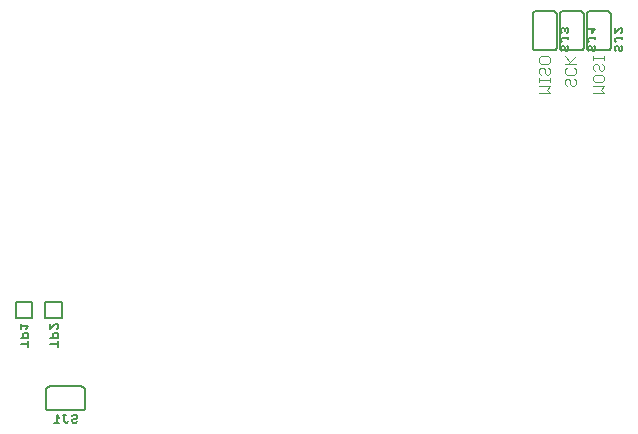
<source format=gbr>
G04 EAGLE Gerber RS-274X export*
G75*
%MOMM*%
%FSLAX34Y34*%
%LPD*%
%INSilkscreen Bottom*%
%IPPOS*%
%AMOC8*
5,1,8,0,0,1.08239X$1,22.5*%
G01*
%ADD10C,0.101600*%
%ADD11C,0.203200*%
%ADD12C,0.152400*%
%ADD13C,0.127000*%


D10*
X598678Y382766D02*
X607830Y382766D01*
X604779Y385816D01*
X607830Y388867D01*
X598678Y388867D01*
X598678Y392121D02*
X598678Y395171D01*
X598678Y393646D02*
X607830Y393646D01*
X607830Y392121D02*
X607830Y395171D01*
X607830Y402934D02*
X606305Y404459D01*
X607830Y402934D02*
X607830Y399883D01*
X606305Y398358D01*
X604779Y398358D01*
X603254Y399883D01*
X603254Y402934D01*
X601729Y404459D01*
X600203Y404459D01*
X598678Y402934D01*
X598678Y399883D01*
X600203Y398358D01*
X607830Y409238D02*
X607830Y412289D01*
X607830Y409238D02*
X606305Y407713D01*
X600203Y407713D01*
X598678Y409238D01*
X598678Y412289D01*
X600203Y413814D01*
X606305Y413814D01*
X607830Y412289D01*
X627895Y395104D02*
X629420Y393578D01*
X629420Y390528D01*
X627895Y389002D01*
X626369Y389002D01*
X624844Y390528D01*
X624844Y393578D01*
X623319Y395104D01*
X621793Y395104D01*
X620268Y393578D01*
X620268Y390528D01*
X621793Y389002D01*
X629420Y402934D02*
X627895Y404459D01*
X629420Y402934D02*
X629420Y399883D01*
X627895Y398358D01*
X621793Y398358D01*
X620268Y399883D01*
X620268Y402934D01*
X621793Y404459D01*
X620268Y407713D02*
X629420Y407713D01*
X623319Y407713D02*
X629420Y413814D01*
X624844Y409238D02*
X620268Y413814D01*
X644398Y382766D02*
X653550Y382766D01*
X650499Y385816D01*
X653550Y388867D01*
X644398Y388867D01*
X653550Y393646D02*
X653550Y396697D01*
X653550Y393646D02*
X652025Y392121D01*
X645923Y392121D01*
X644398Y393646D01*
X644398Y396697D01*
X645923Y398222D01*
X652025Y398222D01*
X653550Y396697D01*
X653550Y406052D02*
X652025Y407577D01*
X653550Y406052D02*
X653550Y403001D01*
X652025Y401476D01*
X650499Y401476D01*
X648974Y403001D01*
X648974Y406052D01*
X647449Y407577D01*
X645923Y407577D01*
X644398Y406052D01*
X644398Y403001D01*
X645923Y401476D01*
X644398Y410831D02*
X644398Y413882D01*
X644398Y412356D02*
X653550Y412356D01*
X653550Y410831D02*
X653550Y413882D01*
D11*
X211510Y114080D02*
X183570Y114080D01*
X181030Y131860D02*
X181032Y131960D01*
X181038Y132059D01*
X181048Y132159D01*
X181061Y132257D01*
X181079Y132356D01*
X181100Y132453D01*
X181125Y132549D01*
X181154Y132645D01*
X181187Y132739D01*
X181223Y132832D01*
X181263Y132923D01*
X181307Y133013D01*
X181354Y133101D01*
X181404Y133187D01*
X181458Y133271D01*
X181515Y133353D01*
X181575Y133432D01*
X181639Y133510D01*
X181705Y133584D01*
X181774Y133656D01*
X181846Y133725D01*
X181920Y133791D01*
X181998Y133855D01*
X182077Y133915D01*
X182159Y133972D01*
X182243Y134026D01*
X182329Y134076D01*
X182417Y134123D01*
X182507Y134167D01*
X182598Y134207D01*
X182691Y134243D01*
X182785Y134276D01*
X182881Y134305D01*
X182977Y134330D01*
X183074Y134351D01*
X183173Y134369D01*
X183271Y134382D01*
X183371Y134392D01*
X183470Y134398D01*
X183570Y134400D01*
X211510Y134400D02*
X211610Y134398D01*
X211709Y134392D01*
X211809Y134382D01*
X211907Y134369D01*
X212006Y134351D01*
X212103Y134330D01*
X212199Y134305D01*
X212295Y134276D01*
X212389Y134243D01*
X212482Y134207D01*
X212573Y134167D01*
X212663Y134123D01*
X212751Y134076D01*
X212837Y134026D01*
X212921Y133972D01*
X213003Y133915D01*
X213082Y133855D01*
X213160Y133791D01*
X213234Y133725D01*
X213306Y133656D01*
X213375Y133584D01*
X213441Y133510D01*
X213505Y133432D01*
X213565Y133353D01*
X213622Y133271D01*
X213676Y133187D01*
X213726Y133101D01*
X213773Y133013D01*
X213817Y132923D01*
X213857Y132832D01*
X213893Y132739D01*
X213926Y132645D01*
X213955Y132549D01*
X213980Y132453D01*
X214001Y132356D01*
X214019Y132257D01*
X214032Y132159D01*
X214042Y132059D01*
X214048Y131960D01*
X214050Y131860D01*
X214050Y116620D02*
X214048Y116520D01*
X214042Y116421D01*
X214032Y116321D01*
X214019Y116223D01*
X214001Y116124D01*
X213980Y116027D01*
X213955Y115931D01*
X213926Y115835D01*
X213893Y115741D01*
X213857Y115648D01*
X213817Y115557D01*
X213773Y115467D01*
X213726Y115379D01*
X213676Y115293D01*
X213622Y115209D01*
X213565Y115127D01*
X213505Y115048D01*
X213441Y114970D01*
X213375Y114896D01*
X213306Y114824D01*
X213234Y114755D01*
X213160Y114689D01*
X213082Y114625D01*
X213003Y114565D01*
X212921Y114508D01*
X212837Y114454D01*
X212751Y114404D01*
X212663Y114357D01*
X212573Y114313D01*
X212482Y114273D01*
X212389Y114237D01*
X212295Y114204D01*
X212199Y114175D01*
X212103Y114150D01*
X212006Y114129D01*
X211907Y114111D01*
X211809Y114098D01*
X211709Y114088D01*
X211610Y114082D01*
X211510Y114080D01*
X183570Y114080D02*
X183470Y114082D01*
X183371Y114088D01*
X183271Y114098D01*
X183173Y114111D01*
X183074Y114129D01*
X182977Y114150D01*
X182881Y114175D01*
X182785Y114204D01*
X182691Y114237D01*
X182598Y114273D01*
X182507Y114313D01*
X182417Y114357D01*
X182329Y114404D01*
X182243Y114454D01*
X182159Y114508D01*
X182077Y114565D01*
X181998Y114625D01*
X181920Y114689D01*
X181846Y114755D01*
X181774Y114824D01*
X181705Y114896D01*
X181639Y114970D01*
X181575Y115048D01*
X181515Y115127D01*
X181458Y115209D01*
X181404Y115293D01*
X181354Y115379D01*
X181307Y115467D01*
X181263Y115557D01*
X181223Y115648D01*
X181187Y115741D01*
X181154Y115835D01*
X181125Y115931D01*
X181100Y116027D01*
X181079Y116124D01*
X181061Y116223D01*
X181048Y116321D01*
X181038Y116421D01*
X181032Y116520D01*
X181030Y116620D01*
X181030Y131860D01*
X214050Y131860D02*
X214050Y116620D01*
X211510Y134400D02*
X183570Y134400D01*
D12*
X203983Y110312D02*
X202882Y109210D01*
X203983Y110312D02*
X206186Y110312D01*
X207288Y109210D01*
X207288Y108108D01*
X206186Y107007D01*
X203983Y107007D01*
X202882Y105905D01*
X202882Y104804D01*
X203983Y103702D01*
X206186Y103702D01*
X207288Y104804D01*
X199804Y104804D02*
X198702Y103702D01*
X197601Y103702D01*
X196499Y104804D01*
X196499Y110312D01*
X197601Y110312D02*
X195397Y110312D01*
X192320Y108108D02*
X190117Y110312D01*
X190117Y103702D01*
X192320Y103702D02*
X187913Y103702D01*
D13*
X155540Y192240D02*
X155540Y206240D01*
X155540Y192240D02*
X169540Y192240D01*
X169540Y206240D01*
X155540Y206240D01*
D12*
X159444Y170323D02*
X166054Y170323D01*
X166054Y168120D02*
X166054Y172526D01*
X166054Y175604D02*
X159444Y175604D01*
X166054Y175604D02*
X166054Y178909D01*
X164952Y180010D01*
X162749Y180010D01*
X161647Y178909D01*
X161647Y175604D01*
X163850Y183088D02*
X166054Y185291D01*
X159444Y185291D01*
X159444Y183088D02*
X159444Y187494D01*
D13*
X180540Y192240D02*
X180540Y206240D01*
X180540Y192240D02*
X194540Y192240D01*
X194540Y206240D01*
X180540Y206240D01*
D12*
X184444Y170323D02*
X191054Y170323D01*
X191054Y168120D02*
X191054Y172526D01*
X191054Y175604D02*
X184444Y175604D01*
X191054Y175604D02*
X191054Y178909D01*
X189952Y180010D01*
X187749Y180010D01*
X186647Y178909D01*
X186647Y175604D01*
X184444Y183088D02*
X184444Y187494D01*
X184444Y183088D02*
X188850Y187494D01*
X189952Y187494D01*
X191054Y186393D01*
X191054Y184189D01*
X189952Y183088D01*
D11*
X638810Y421640D02*
X638810Y449580D01*
X656590Y452120D02*
X656690Y452118D01*
X656789Y452112D01*
X656889Y452102D01*
X656987Y452089D01*
X657086Y452071D01*
X657183Y452050D01*
X657279Y452025D01*
X657375Y451996D01*
X657469Y451963D01*
X657562Y451927D01*
X657653Y451887D01*
X657743Y451843D01*
X657831Y451796D01*
X657917Y451746D01*
X658001Y451692D01*
X658083Y451635D01*
X658162Y451575D01*
X658240Y451511D01*
X658314Y451445D01*
X658386Y451376D01*
X658455Y451304D01*
X658521Y451230D01*
X658585Y451152D01*
X658645Y451073D01*
X658702Y450991D01*
X658756Y450907D01*
X658806Y450821D01*
X658853Y450733D01*
X658897Y450643D01*
X658937Y450552D01*
X658973Y450459D01*
X659006Y450365D01*
X659035Y450269D01*
X659060Y450173D01*
X659081Y450076D01*
X659099Y449977D01*
X659112Y449879D01*
X659122Y449779D01*
X659128Y449680D01*
X659130Y449580D01*
X659130Y421640D02*
X659128Y421540D01*
X659122Y421441D01*
X659112Y421341D01*
X659099Y421243D01*
X659081Y421144D01*
X659060Y421047D01*
X659035Y420951D01*
X659006Y420855D01*
X658973Y420761D01*
X658937Y420668D01*
X658897Y420577D01*
X658853Y420487D01*
X658806Y420399D01*
X658756Y420313D01*
X658702Y420229D01*
X658645Y420147D01*
X658585Y420068D01*
X658521Y419990D01*
X658455Y419916D01*
X658386Y419844D01*
X658314Y419775D01*
X658240Y419709D01*
X658162Y419645D01*
X658083Y419585D01*
X658001Y419528D01*
X657917Y419474D01*
X657831Y419424D01*
X657743Y419377D01*
X657653Y419333D01*
X657562Y419293D01*
X657469Y419257D01*
X657375Y419224D01*
X657279Y419195D01*
X657183Y419170D01*
X657086Y419149D01*
X656987Y419131D01*
X656889Y419118D01*
X656789Y419108D01*
X656690Y419102D01*
X656590Y419100D01*
X641350Y419100D02*
X641250Y419102D01*
X641151Y419108D01*
X641051Y419118D01*
X640953Y419131D01*
X640854Y419149D01*
X640757Y419170D01*
X640661Y419195D01*
X640565Y419224D01*
X640471Y419257D01*
X640378Y419293D01*
X640287Y419333D01*
X640197Y419377D01*
X640109Y419424D01*
X640023Y419474D01*
X639939Y419528D01*
X639857Y419585D01*
X639778Y419645D01*
X639700Y419709D01*
X639626Y419775D01*
X639554Y419844D01*
X639485Y419916D01*
X639419Y419990D01*
X639355Y420068D01*
X639295Y420147D01*
X639238Y420229D01*
X639184Y420313D01*
X639134Y420399D01*
X639087Y420487D01*
X639043Y420577D01*
X639003Y420668D01*
X638967Y420761D01*
X638934Y420855D01*
X638905Y420951D01*
X638880Y421047D01*
X638859Y421144D01*
X638841Y421243D01*
X638828Y421341D01*
X638818Y421441D01*
X638812Y421540D01*
X638810Y421640D01*
X638810Y449580D02*
X638812Y449680D01*
X638818Y449779D01*
X638828Y449879D01*
X638841Y449977D01*
X638859Y450076D01*
X638880Y450173D01*
X638905Y450269D01*
X638934Y450365D01*
X638967Y450459D01*
X639003Y450552D01*
X639043Y450643D01*
X639087Y450733D01*
X639134Y450821D01*
X639184Y450907D01*
X639238Y450991D01*
X639295Y451073D01*
X639355Y451152D01*
X639419Y451230D01*
X639485Y451304D01*
X639554Y451376D01*
X639626Y451445D01*
X639700Y451511D01*
X639778Y451575D01*
X639857Y451635D01*
X639939Y451692D01*
X640023Y451746D01*
X640109Y451796D01*
X640197Y451843D01*
X640287Y451887D01*
X640378Y451927D01*
X640471Y451963D01*
X640565Y451996D01*
X640661Y452025D01*
X640757Y452050D01*
X640854Y452071D01*
X640953Y452089D01*
X641051Y452102D01*
X641151Y452112D01*
X641250Y452118D01*
X641350Y452120D01*
X656590Y452120D01*
X656590Y419100D02*
X641350Y419100D01*
X659130Y421640D02*
X659130Y449580D01*
D12*
X667940Y422998D02*
X669042Y421897D01*
X669042Y419694D01*
X667940Y418592D01*
X666838Y418592D01*
X665737Y419694D01*
X665737Y421897D01*
X664635Y422998D01*
X663534Y422998D01*
X662432Y421897D01*
X662432Y419694D01*
X663534Y418592D01*
X663534Y426076D02*
X662432Y427178D01*
X662432Y428279D01*
X663534Y429381D01*
X669042Y429381D01*
X669042Y428279D02*
X669042Y430483D01*
X662432Y433560D02*
X662432Y437967D01*
X666838Y437967D02*
X662432Y433560D01*
X666838Y437967D02*
X667940Y437967D01*
X669042Y436865D01*
X669042Y434662D01*
X667940Y433560D01*
D11*
X593090Y421640D02*
X593090Y449580D01*
X610870Y452120D02*
X610970Y452118D01*
X611069Y452112D01*
X611169Y452102D01*
X611267Y452089D01*
X611366Y452071D01*
X611463Y452050D01*
X611559Y452025D01*
X611655Y451996D01*
X611749Y451963D01*
X611842Y451927D01*
X611933Y451887D01*
X612023Y451843D01*
X612111Y451796D01*
X612197Y451746D01*
X612281Y451692D01*
X612363Y451635D01*
X612442Y451575D01*
X612520Y451511D01*
X612594Y451445D01*
X612666Y451376D01*
X612735Y451304D01*
X612801Y451230D01*
X612865Y451152D01*
X612925Y451073D01*
X612982Y450991D01*
X613036Y450907D01*
X613086Y450821D01*
X613133Y450733D01*
X613177Y450643D01*
X613217Y450552D01*
X613253Y450459D01*
X613286Y450365D01*
X613315Y450269D01*
X613340Y450173D01*
X613361Y450076D01*
X613379Y449977D01*
X613392Y449879D01*
X613402Y449779D01*
X613408Y449680D01*
X613410Y449580D01*
X613410Y421640D02*
X613408Y421540D01*
X613402Y421441D01*
X613392Y421341D01*
X613379Y421243D01*
X613361Y421144D01*
X613340Y421047D01*
X613315Y420951D01*
X613286Y420855D01*
X613253Y420761D01*
X613217Y420668D01*
X613177Y420577D01*
X613133Y420487D01*
X613086Y420399D01*
X613036Y420313D01*
X612982Y420229D01*
X612925Y420147D01*
X612865Y420068D01*
X612801Y419990D01*
X612735Y419916D01*
X612666Y419844D01*
X612594Y419775D01*
X612520Y419709D01*
X612442Y419645D01*
X612363Y419585D01*
X612281Y419528D01*
X612197Y419474D01*
X612111Y419424D01*
X612023Y419377D01*
X611933Y419333D01*
X611842Y419293D01*
X611749Y419257D01*
X611655Y419224D01*
X611559Y419195D01*
X611463Y419170D01*
X611366Y419149D01*
X611267Y419131D01*
X611169Y419118D01*
X611069Y419108D01*
X610970Y419102D01*
X610870Y419100D01*
X595630Y419100D02*
X595530Y419102D01*
X595431Y419108D01*
X595331Y419118D01*
X595233Y419131D01*
X595134Y419149D01*
X595037Y419170D01*
X594941Y419195D01*
X594845Y419224D01*
X594751Y419257D01*
X594658Y419293D01*
X594567Y419333D01*
X594477Y419377D01*
X594389Y419424D01*
X594303Y419474D01*
X594219Y419528D01*
X594137Y419585D01*
X594058Y419645D01*
X593980Y419709D01*
X593906Y419775D01*
X593834Y419844D01*
X593765Y419916D01*
X593699Y419990D01*
X593635Y420068D01*
X593575Y420147D01*
X593518Y420229D01*
X593464Y420313D01*
X593414Y420399D01*
X593367Y420487D01*
X593323Y420577D01*
X593283Y420668D01*
X593247Y420761D01*
X593214Y420855D01*
X593185Y420951D01*
X593160Y421047D01*
X593139Y421144D01*
X593121Y421243D01*
X593108Y421341D01*
X593098Y421441D01*
X593092Y421540D01*
X593090Y421640D01*
X593090Y449580D02*
X593092Y449680D01*
X593098Y449779D01*
X593108Y449879D01*
X593121Y449977D01*
X593139Y450076D01*
X593160Y450173D01*
X593185Y450269D01*
X593214Y450365D01*
X593247Y450459D01*
X593283Y450552D01*
X593323Y450643D01*
X593367Y450733D01*
X593414Y450821D01*
X593464Y450907D01*
X593518Y450991D01*
X593575Y451073D01*
X593635Y451152D01*
X593699Y451230D01*
X593765Y451304D01*
X593834Y451376D01*
X593906Y451445D01*
X593980Y451511D01*
X594058Y451575D01*
X594137Y451635D01*
X594219Y451692D01*
X594303Y451746D01*
X594389Y451796D01*
X594477Y451843D01*
X594567Y451887D01*
X594658Y451927D01*
X594751Y451963D01*
X594845Y451996D01*
X594941Y452025D01*
X595037Y452050D01*
X595134Y452071D01*
X595233Y452089D01*
X595331Y452102D01*
X595431Y452112D01*
X595530Y452118D01*
X595630Y452120D01*
X610870Y452120D01*
X610870Y419100D02*
X595630Y419100D01*
X613410Y421640D02*
X613410Y449580D01*
D12*
X622220Y422998D02*
X623322Y421897D01*
X623322Y419694D01*
X622220Y418592D01*
X621118Y418592D01*
X620017Y419694D01*
X620017Y421897D01*
X618915Y422998D01*
X617814Y422998D01*
X616712Y421897D01*
X616712Y419694D01*
X617814Y418592D01*
X617814Y426076D02*
X616712Y427178D01*
X616712Y428279D01*
X617814Y429381D01*
X623322Y429381D01*
X623322Y428279D02*
X623322Y430483D01*
X622220Y433560D02*
X623322Y434662D01*
X623322Y436865D01*
X622220Y437967D01*
X621118Y437967D01*
X620017Y436865D01*
X620017Y435764D01*
X620017Y436865D02*
X618915Y437967D01*
X617814Y437967D01*
X616712Y436865D01*
X616712Y434662D01*
X617814Y433560D01*
D11*
X615950Y421640D02*
X615950Y449580D01*
X633730Y452120D02*
X633830Y452118D01*
X633929Y452112D01*
X634029Y452102D01*
X634127Y452089D01*
X634226Y452071D01*
X634323Y452050D01*
X634419Y452025D01*
X634515Y451996D01*
X634609Y451963D01*
X634702Y451927D01*
X634793Y451887D01*
X634883Y451843D01*
X634971Y451796D01*
X635057Y451746D01*
X635141Y451692D01*
X635223Y451635D01*
X635302Y451575D01*
X635380Y451511D01*
X635454Y451445D01*
X635526Y451376D01*
X635595Y451304D01*
X635661Y451230D01*
X635725Y451152D01*
X635785Y451073D01*
X635842Y450991D01*
X635896Y450907D01*
X635946Y450821D01*
X635993Y450733D01*
X636037Y450643D01*
X636077Y450552D01*
X636113Y450459D01*
X636146Y450365D01*
X636175Y450269D01*
X636200Y450173D01*
X636221Y450076D01*
X636239Y449977D01*
X636252Y449879D01*
X636262Y449779D01*
X636268Y449680D01*
X636270Y449580D01*
X636270Y421640D02*
X636268Y421540D01*
X636262Y421441D01*
X636252Y421341D01*
X636239Y421243D01*
X636221Y421144D01*
X636200Y421047D01*
X636175Y420951D01*
X636146Y420855D01*
X636113Y420761D01*
X636077Y420668D01*
X636037Y420577D01*
X635993Y420487D01*
X635946Y420399D01*
X635896Y420313D01*
X635842Y420229D01*
X635785Y420147D01*
X635725Y420068D01*
X635661Y419990D01*
X635595Y419916D01*
X635526Y419844D01*
X635454Y419775D01*
X635380Y419709D01*
X635302Y419645D01*
X635223Y419585D01*
X635141Y419528D01*
X635057Y419474D01*
X634971Y419424D01*
X634883Y419377D01*
X634793Y419333D01*
X634702Y419293D01*
X634609Y419257D01*
X634515Y419224D01*
X634419Y419195D01*
X634323Y419170D01*
X634226Y419149D01*
X634127Y419131D01*
X634029Y419118D01*
X633929Y419108D01*
X633830Y419102D01*
X633730Y419100D01*
X618490Y419100D02*
X618390Y419102D01*
X618291Y419108D01*
X618191Y419118D01*
X618093Y419131D01*
X617994Y419149D01*
X617897Y419170D01*
X617801Y419195D01*
X617705Y419224D01*
X617611Y419257D01*
X617518Y419293D01*
X617427Y419333D01*
X617337Y419377D01*
X617249Y419424D01*
X617163Y419474D01*
X617079Y419528D01*
X616997Y419585D01*
X616918Y419645D01*
X616840Y419709D01*
X616766Y419775D01*
X616694Y419844D01*
X616625Y419916D01*
X616559Y419990D01*
X616495Y420068D01*
X616435Y420147D01*
X616378Y420229D01*
X616324Y420313D01*
X616274Y420399D01*
X616227Y420487D01*
X616183Y420577D01*
X616143Y420668D01*
X616107Y420761D01*
X616074Y420855D01*
X616045Y420951D01*
X616020Y421047D01*
X615999Y421144D01*
X615981Y421243D01*
X615968Y421341D01*
X615958Y421441D01*
X615952Y421540D01*
X615950Y421640D01*
X615950Y449580D02*
X615952Y449680D01*
X615958Y449779D01*
X615968Y449879D01*
X615981Y449977D01*
X615999Y450076D01*
X616020Y450173D01*
X616045Y450269D01*
X616074Y450365D01*
X616107Y450459D01*
X616143Y450552D01*
X616183Y450643D01*
X616227Y450733D01*
X616274Y450821D01*
X616324Y450907D01*
X616378Y450991D01*
X616435Y451073D01*
X616495Y451152D01*
X616559Y451230D01*
X616625Y451304D01*
X616694Y451376D01*
X616766Y451445D01*
X616840Y451511D01*
X616918Y451575D01*
X616997Y451635D01*
X617079Y451692D01*
X617163Y451746D01*
X617249Y451796D01*
X617337Y451843D01*
X617427Y451887D01*
X617518Y451927D01*
X617611Y451963D01*
X617705Y451996D01*
X617801Y452025D01*
X617897Y452050D01*
X617994Y452071D01*
X618093Y452089D01*
X618191Y452102D01*
X618291Y452112D01*
X618390Y452118D01*
X618490Y452120D01*
X633730Y452120D01*
X633730Y419100D02*
X618490Y419100D01*
X636270Y421640D02*
X636270Y449580D01*
D12*
X645080Y422998D02*
X646182Y421897D01*
X646182Y419694D01*
X645080Y418592D01*
X643978Y418592D01*
X642877Y419694D01*
X642877Y421897D01*
X641775Y422998D01*
X640674Y422998D01*
X639572Y421897D01*
X639572Y419694D01*
X640674Y418592D01*
X640674Y426076D02*
X639572Y427178D01*
X639572Y428279D01*
X640674Y429381D01*
X646182Y429381D01*
X646182Y428279D02*
X646182Y430483D01*
X646182Y436865D02*
X639572Y436865D01*
X642877Y433560D02*
X646182Y436865D01*
X642877Y437967D02*
X642877Y433560D01*
M02*

</source>
